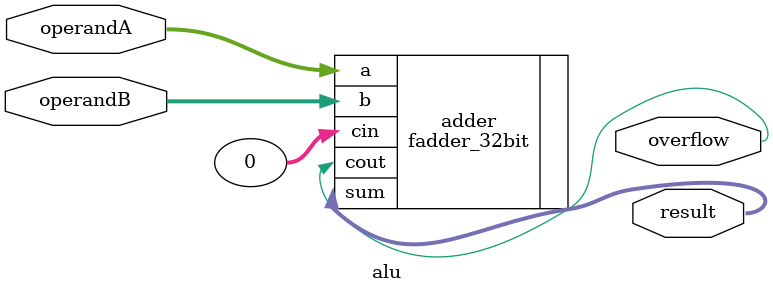
<source format=v>

module alu(
    input [31:0] operandA,
    input [31:0] operandB,
    output [31:0] result,
    output overflow
);
    fadder_32bit adder(
        .a(operandA),
        .b(operandB),
        .cin(0),
        .sum(result),
        .cout(overflow)
        
    );

endmodule

</source>
